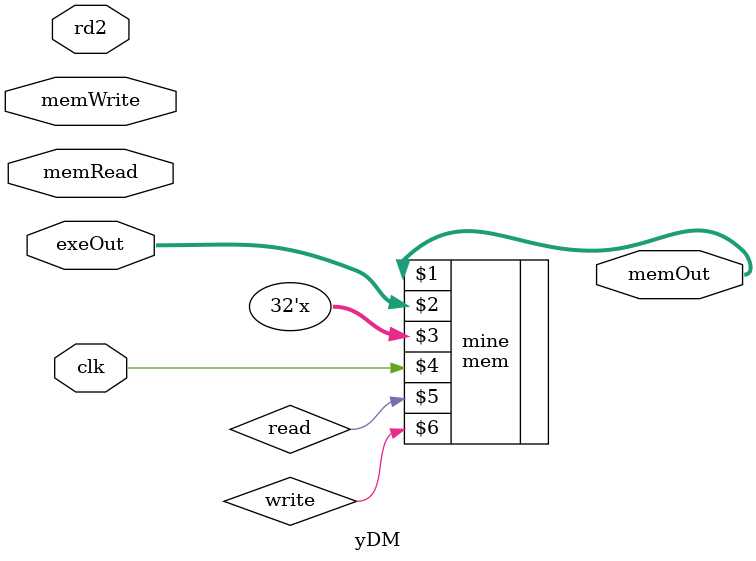
<source format=v>
`include "mem.v"
module yDM( memOut, exeOut, rd2, clk, memRead, memWrite);
output[31:0] memOut;
input[31:0] exeOut, rd2;
input clk, memRead, memWrite;

mem mine(memOut[31:0], exeOut[31:0], memIn[31:0], clk, read, write);

endmodule
</source>
